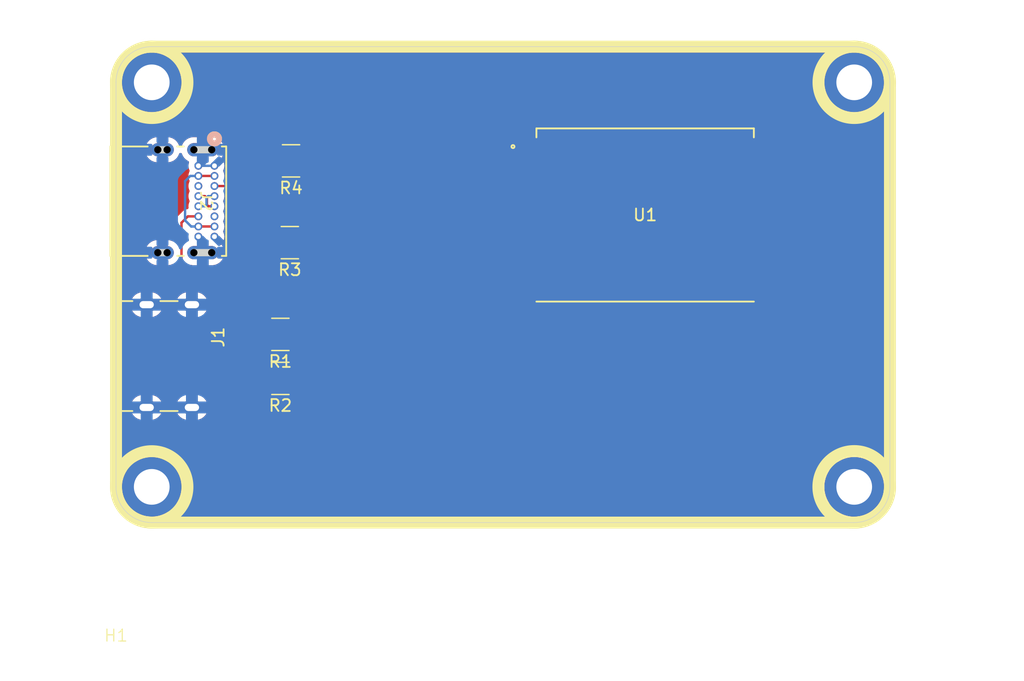
<source format=kicad_pcb>
(kicad_pcb (version 20240108) (generator "pcbnew") (generator_version "8.0")
  (layers (0 "F.Cu" signal) (31 "B.Cu" signal) (34 "B.Paste" user) (35 "F.Paste" user) (36 "B.SilkS" user "B.Silkscreen") (37 "F.SilkS" user "F.Silkscreen") (38 "B.Mask" user) (39 "F.Mask" user) (44 "Edge.Cuts" user))
  (net 0 "")
  (net 1 "VBUS")
  (net 19 "GND")
  (net 20 "+3V3")
  (net 21 "Net-(J1-CC1)")
  (net 22 "Net-(J1-CC2)")
  (net 23 "Net-(J2-CC2)")
  (net 24 "Net-(J2-CC1)")
  (net 25 "/Power Supply Unit/D-")
  (net 26 "/Power Supply Unit/D+")
  (net 27 "Net-(J2-VBUS-PadA4)")
  (footprint "Alexander Footprint Library:Board_65-40" (layer "F.Cu") (at 76.5 98.2)
    (property "Reference" "H1" (at 0 -0.5 0) (layer "F.SilkS") (effects (font (thickness 0.1))))
    (property "Value" "Project_Box_Board_65x40")
    (fp_line (start 0 -47) (end 0 -13) (stroke (width 1)) (layer "F.SilkS"))
    (fp_line (start 3 -50) (end 62 -50) (stroke (width 1)) (layer "F.SilkS"))
    (fp_line (start 3 -10) (end 62 -10) (stroke (width 1)) (layer "F.SilkS"))
    (fp_line (start 65 -47) (end 65 -13) (stroke (width 1)) (layer "F.SilkS"))
    (fp_arc (start 0 -47) (mid 0.87868 -49.12132) (end 3 -50) (stroke (width 1)) (layer "F.SilkS"))
    (fp_arc (start 3 -10) (mid 0.87868 -10.87868) (end 0 -13) (stroke (width 1)) (layer "F.SilkS"))
    (fp_arc (start 62 -50) (mid 64.12132 -49.12132) (end 65 -47) (stroke (width 1)) (layer "F.SilkS"))
    (fp_arc (start 65 -13) (mid 64.12132 -10.87868) (end 62 -10) (stroke (width 1)) (layer "F.SilkS"))
    (fp_circle (center 2.999999 -13) (end 6 -13) (stroke (width 1)) (fill none) (layer "F.SilkS"))
    (fp_circle (center 3 -47) (end 6 -47) (stroke (width 1)) (fill none) (layer "F.SilkS"))
    (fp_circle (center 62 -47) (end 62 -50) (stroke (width 0.1)) (fill none) (layer "F.SilkS"))
    (fp_circle (center 62 -47) (end 65 -47) (stroke (width 1)) (fill none) (layer "F.SilkS"))
    (fp_circle (center 62 -13) (end 62.25 -16) (stroke (width 0.1)) (fill none) (layer "F.SilkS"))
    (fp_circle (center 62 -13) (end 65.010398 -13) (stroke (width 1)) (fill none) (layer "F.SilkS"))
    (fp_line (start 0 -13) (end 0 -47) (stroke (width 0.05)) (layer "Edge.Cuts"))
    (fp_line (start 3 -50) (end 62 -50) (stroke (width 0.05)) (layer "Edge.Cuts"))
    (fp_line (start 62 -10) (end 3 -10) (stroke (width 0.05)) (layer "Edge.Cuts"))
    (fp_line (start 65 -47) (end 65 -13) (stroke (width 0.05)) (layer "Edge.Cuts"))
    (fp_arc (start 0 -47) (mid 0.87868 -49.12132) (end 3 -50) (stroke (width 0.05)) (layer "Edge.Cuts"))
    (fp_arc (start 3 -10) (mid 0.87868 -10.87868) (end 0 -13) (stroke (width 0.05)) (layer "Edge.Cuts"))
    (fp_arc (start 62 -50) (mid 64.12132 -49.12132) (end 65 -47) (stroke (width 0.05)) (layer "Edge.Cuts"))
    (fp_arc (start 65 -13) (mid 64.12132 -10.87868) (end 62 -10) (stroke (width 0.05)) (layer "Edge.Cuts"))
    (fp_circle (center 3 -47) (end 4 -48) (stroke (width 0.05)) (fill none) (layer "Edge.Cuts"))
    (fp_circle (center 3 -13) (end 4 -14) (stroke (width 0.05)) (fill none) (layer "Edge.Cuts"))
    (fp_circle (center 62 -47) (end 63 -48) (stroke (width 0.05)) (fill none) (layer "Edge.Cuts"))
    (fp_circle (center 62 -13) (end 63 -14) (stroke (width 0.05)) (fill none) (layer "Edge.Cuts"))
    (pad "1" thru_hole circle (at 3 -47) (size 5 5) (drill 3) (layers "*.Cu" "*.Mask") (net 19 "GND"))
    (pad "2" thru_hole circle (at 3 -13) (size 5 5) (drill 3) (layers "*.Cu" "*.Mask") (net 19 "GND"))
    (pad "3" thru_hole circle (at 62 -13) (size 5 5) (drill 3) (layers "*.Cu" "*.Mask") (net 19 "GND"))
    (pad "4" thru_hole circle (at 62 -47) (size 5 5) (drill 3) (layers "*.Cu" "*.Mask") (net 19 "GND"))
  )
  (footprint "Alexander Footprint Library:ESP32-C3-WROOM-02U_EXP" (layer "F.Cu") (at 120.94 62.35)
    (property "Reference" "U1" (at 0 0 0) (layer "F.SilkS"))
    (property "Value" "ESP32-C3-WROOM-02U-N4")
    (fp_line (start -9.1313 -7.2771) (end 9.1313 -7.2771) (stroke (width 0.1524)) (layer "F.SilkS"))
    (fp_line (start -9.1313 -6.527238) (end -9.1313 -7.2771) (stroke (width 0.1524)) (layer "F.SilkS"))
    (fp_line (start 9.1313 -7.2771) (end 9.1313 -6.527241) (stroke (width 0.1524)) (layer "F.SilkS"))
    (fp_line (start 9.1313 7.2771) (end -9.1313 7.2771) (stroke (width 0.1524)) (layer "F.SilkS"))
    (fp_circle (center -11.1002 -5.749999) (end -10.9732 -5.749999) (stroke (width 0.1524)) (fill none) (layer "F.SilkS"))
    (pad "1" smd rect (at -8.75 -5.749998) (size 1.4986 0.889) (layers "F.Cu" "F.Paste" "F.Mask") (net 20 "+3V3"))
    (pad "2" smd rect (at -8.75 -4.249999) (size 1.4986 0.889) (layers "F.Cu" "F.Paste" "F.Mask"))
    (pad "3" smd rect (at -8.75 -2.749999) (size 1.4986 0.889) (layers "F.Cu" "F.Paste" "F.Mask"))
    (pad "4" smd rect (at -8.75 -1.25) (size 1.4986 0.889) (layers "F.Cu" "F.Paste" "F.Mask"))
    (pad "5" smd rect (at -8.75 0.25) (size 1.4986 0.889) (layers "F.Cu" "F.Paste" "F.Mask"))
    (pad "6" smd rect (at -8.75 1.75) (size 1.4986 0.889) (layers "F.Cu" "F.Paste" "F.Mask"))
    (pad "7" smd rect (at -8.75 3.250002) (size 1.4986 0.889) (layers "F.Cu" "F.Paste" "F.Mask"))
    (pad "8" smd rect (at -8.75 4.750001) (size 1.4986 0.889) (layers "F.Cu" "F.Paste" "F.Mask"))
    (pad "9" smd rect (at -8.75 6.250001) (size 1.4986 0.889) (layers "F.Cu" "F.Paste" "F.Mask"))
    (pad "10" smd rect (at 8.75 6.249998) (size 1.4986 0.889) (layers "F.Cu" "F.Paste" "F.Mask"))
    (pad "11" smd rect (at 8.75 4.749999) (size 1.4986 0.889) (layers "F.Cu" "F.Paste" "F.Mask"))
    (pad "12" smd rect (at 8.75 3.249999) (size 1.4986 0.889) (layers "F.Cu" "F.Paste" "F.Mask"))
    (pad "13" smd rect (at 8.75 1.75) (size 1.4986 0.889) (layers "F.Cu" "F.Paste" "F.Mask"))
    (pad "14" smd rect (at 8.75 0.25) (size 1.4986 0.889) (layers "F.Cu" "F.Paste" "F.Mask"))
    (pad "15" smd rect (at 8.75 -1.25) (size 1.4986 0.889) (layers "F.Cu" "F.Paste" "F.Mask"))
    (pad "16" smd rect (at 8.75 -2.750002) (size 1.4986 0.889) (layers "F.Cu" "F.Paste" "F.Mask"))
    (pad "17" smd rect (at 8.75 -4.250001) (size 1.4986 0.889) (layers "F.Cu" "F.Paste" "F.Mask"))
    (pad "18" smd rect (at 8.75 -5.750001) (size 1.4986 0.889) (layers "F.Cu" "F.Paste" "F.Mask"))
    (pad "19" smd rect (at 0.96 0.45) (size 0.7112 0.7112) (layers "F.Cu" "F.Paste" "F.Mask") (net 19 "GND"))
    (pad "20" smd rect (at -0.14 -0.65) (size 0.7112 0.7112) (layers "F.Cu" "F.Paste" "F.Mask") (net 19 "GND"))
    (pad "21" smd rect (at -0.14 0.45) (size 0.7112 0.7112) (layers "F.Cu" "F.Paste" "F.Mask") (net 19 "GND"))
    (pad "22" smd rect (at -0.14 1.55) (size 0.7112 0.7112) (layers "F.Cu" "F.Paste" "F.Mask") (net 19 "GND"))
    (pad "23" smd rect (at 0.96 1.55) (size 0.7112 0.7112) (layers "F.Cu" "F.Paste" "F.Mask") (net 19 "GND"))
    (pad "24" smd rect (at 2.06 1.55) (size 0.7112 0.7112) (layers "F.Cu" "F.Paste" "F.Mask") (net 19 "GND"))
    (pad "25" smd rect (at 2.06 0.45) (size 0.7112 0.7112) (layers "F.Cu" "F.Paste" "F.Mask") (net 19 "GND"))
    (pad "26" smd rect (at 2.06 -0.65) (size 0.7112 0.7112) (layers "F.Cu" "F.Paste" "F.Mask") (net 19 "GND"))
    (pad "27" smd rect (at 0.96 -0.65) (size 0.7112 0.7112) (layers "F.Cu" "F.Paste" "F.Mask") (net 19 "GND"))
  )
  (footprint "Resistor_SMD:R_1210_3225Metric_Pad1.30x2.65mm_HandSolder" (layer "F.Cu") (at 90.305 72.385 180)
    (property "Reference" "R1" (at 0 -2.28 0) (layer "F.SilkS"))
    (property "Value" "R")
    (fp_line (start -0.723737 1.355) (end 0.723737 1.355) (stroke (width 0.12)) (layer "F.SilkS"))
    (fp_line (start -0.723737 -1.355) (end 0.723737 -1.355) (stroke (width 0.12)) (layer "F.SilkS"))
    (pad "1" smd roundrect (at -1.55 0 180) (size 1.3 2.65) (layers "F.Cu" "F.Paste" "F.Mask") (roundrect_rratio 0.192308) (net 19 "GND"))
    (pad "2" smd roundrect (at 1.55 0 180) (size 1.3 2.65) (layers "F.Cu" "F.Paste" "F.Mask") (roundrect_rratio 0.192308) (net 22 "Net-(J1-CC2)"))
  )
  (footprint "Alexander Footprint Library:USB-C MOLEX 2171750001" (layer "F.Cu") (at 76.475 74.205 -90)
    (property "Reference" "J1" (at -1.5875 -8.605 90) (layer "F.SilkS"))
    (property "Value" "USB-C_Receptacle_PowerOnly_6P_MOLEX-2171750001" (hide yes))
    (fp_line (start -4.62 -0.15) (end -4.62 -1.4) (stroke (width 0.15)) (layer "F.SilkS"))
    (fp_line (start 4.62 -0.15) (end 4.62 -1.4) (stroke (width 0.15)) (layer "F.SilkS"))
    (fp_line (start -4.62 -3.75) (end -4.62 -5.2) (stroke (width 0.15)) (layer "F.SilkS"))
    (fp_line (start 4.62 -3.75) (end 4.62 -5.2) (stroke (width 0.15)) (layer "F.SilkS"))
    (pad "A5" smd rect (at -0.5 -6.48 270) (size 0.7 1.2) (layers "F.Cu" "F.Paste") (net 21 "Net-(J1-CC1)"))
    (pad "A9" smd rect (at 1.52 -6.48 270) (size 0.76 1.2) (layers "F.Cu" "F.Paste") (net 1 "VBUS"))
    (pad "A12" smd rect (at 2.75 -6.48 270) (size 0.8 1.2) (layers "F.Cu" "F.Paste") (net 19 "GND"))
    (pad "B5" smd rect (at 0.5 -6.48 270) (size 0.7 1.2) (layers "F.Cu" "F.Paste") (net 22 "Net-(J1-CC2)"))
    (pad "B9" smd rect (at -1.52 -6.48 270) (size 0.76 1.2) (layers "F.Cu" "F.Paste") (net 1 "VBUS"))
    (pad "B12" smd rect (at -2.75 -6.48 270) (size 0.8 1.2) (layers "F.Cu" "F.Paste") (net 19 "GND"))
    (pad "S1" thru_hole oval (at -4.32 -2.6 270) (size 1.1 1.7) (drill oval 0.6 1.2) (layers "*.Cu" "*.Mask") (net 19 "GND"))
    (pad "S2" thru_hole oval (at 4.32 -2.6 270) (size 1.1 1.7) (drill oval 0.6 1.2) (layers "*.Cu" "*.Mask") (net 19 "GND"))
    (pad "S3" thru_hole oval (at -4.32 -6.4 270) (size 1.1 1.7) (drill oval 0.6 1.2) (layers "*.Cu" "*.Mask") (net 19 "GND"))
    (pad "S4" thru_hole oval (at 4.32 -6.4 270) (size 1.1 1.7) (drill oval 0.6 1.2) (layers "*.Cu" "*.Mask") (net 19 "GND"))
  )
  (footprint "Resistor_SMD:R_1210_3225Metric_Pad1.30x2.65mm_HandSolder" (layer "F.Cu") (at 91.2 57.8 180)
    (property "Reference" "R4" (at 0 -2.28 0) (layer "F.SilkS"))
    (property "Value" "R")
    (fp_line (start -0.723737 1.355) (end 0.723737 1.355) (stroke (width 0.12)) (layer "F.SilkS"))
    (fp_line (start -0.723737 -1.355) (end 0.723737 -1.355) (stroke (width 0.12)) (layer "F.SilkS"))
    (pad "1" smd roundrect (at -1.55 0 180) (size 1.3 2.65) (layers "F.Cu" "F.Paste" "F.Mask") (roundrect_rratio 0.192308) (net 19 "GND"))
    (pad "2" smd roundrect (at 1.55 0 180) (size 1.3 2.65) (layers "F.Cu" "F.Paste" "F.Mask") (roundrect_rratio 0.192308) (net 24 "Net-(J2-CC1)"))
  )
  (footprint "Resistor_SMD:R_1210_3225Metric_Pad1.30x2.65mm_HandSolder" (layer "F.Cu") (at 90.305 76.085 180)
    (property "Reference" "R2" (at 0 -2.28 0) (layer "F.SilkS"))
    (property "Value" "R")
    (fp_line (start -0.723737 1.355) (end 0.723737 1.355) (stroke (width 0.12)) (layer "F.SilkS"))
    (fp_line (start -0.723737 -1.355) (end 0.723737 -1.355) (stroke (width 0.12)) (layer "F.SilkS"))
    (pad "1" smd roundrect (at -1.55 0 180) (size 1.3 2.65) (layers "F.Cu" "F.Paste" "F.Mask") (roundrect_rratio 0.192308) (net 19 "GND"))
    (pad "2" smd roundrect (at 1.55 0 180) (size 1.3 2.65) (layers "F.Cu" "F.Paste" "F.Mask") (roundrect_rratio 0.192308) (net 21 "Net-(J1-CC1)"))
  )
  (footprint "Resistor_SMD:R_1210_3225Metric_Pad1.30x2.65mm_HandSolder" (layer "F.Cu") (at 91.1 64.672957 180)
    (property "Reference" "R3" (at 0 -2.28 0) (layer "F.SilkS"))
    (property "Value" "R")
    (fp_line (start -0.723737 1.355) (end 0.723737 1.355) (stroke (width 0.12)) (layer "F.SilkS"))
    (fp_line (start -0.723737 -1.355) (end 0.723737 -1.355) (stroke (width 0.12)) (layer "F.SilkS"))
    (pad "1" smd roundrect (at -1.55 0 180) (size 1.3 2.65) (layers "F.Cu" "F.Paste" "F.Mask") (roundrect_rratio 0.192308) (net 19 "GND"))
    (pad "2" smd roundrect (at 1.55 0 180) (size 1.3 2.65) (layers "F.Cu" "F.Paste" "F.Mask") (roundrect_rratio 0.192308) (net 23 "Net-(J2-CC2)"))
  )
  (footprint "Alexander Footprint Library:USB-C GCT CONN16_USB4085-GF-A" (layer "F.Cu") (at 84.767566 58.214444 -90)
    (property "Reference" "J2" (at 2.975 0.675 -90) (layer "F.SilkS"))
    (property "Value" "USB-C_Receptacle_Data_16P_GCT-USB4085")
    (fp_circle (center -2.2574 0) (end -1.8764 0) (stroke (width 0.508)) (fill none) (layer "B.SilkS"))
    (fp_line (start -1.6224 8.741199) (end 7.5724 8.741199) (stroke (width 0.1524)) (layer "F.SilkS"))
    (fp_line (start 7.5724 8.741199) (end 7.5724 5.607602) (stroke (width 0.1524)) (layer "F.SilkS"))
    (fp_line (start -1.6224 5.607602) (end -1.6224 8.741199) (stroke (width 0.1524)) (layer "F.SilkS"))
    (fp_line (start 7.5724 3.122399) (end 7.5724 2.578201) (stroke (width 0.1524)) (layer "F.SilkS"))
    (fp_line (start -1.6224 2.578207) (end -1.6224 3.122399) (stroke (width 0.1524)) (layer "F.SilkS"))
    (fp_line (start 7.5724 -0.618202) (end 7.5724 -0.987) (stroke (width 0.1524)) (layer "F.SilkS"))
    (fp_line (start -1.6224 -0.987) (end -1.6224 -0.618206) (stroke (width 0.1524)) (layer "F.SilkS"))
    (fp_line (start 7.5724 -0.987) (end -1.6224 -0.987) (stroke (width 0.1524)) (layer "F.SilkS"))
    (fp_arc (start -2.41934 0.344872) (mid -2.625765 -0.097305) (end -2.2279 -0.379856) (stroke (width 0.508)) (layer "F.SilkS"))
    (fp_line (start -1.349985 4.7587) (end -1.349985 3.9713) (stroke (width 0.6096)) (layer "Edge.Cuts"))
    (fp_line (start 7.299985 4.7587) (end 7.299985 3.9713) (stroke (width 0.6096)) (layer "Edge.Cuts"))
    (fp_line (start -1.35 1.729301) (end -1.35 0.230701) (stroke (width 0.6096)) (layer "Edge.Cuts"))
    (fp_line (start 7.299985 1.7293) (end 7.299985 0.2307) (stroke (width 0.6096)) (layer "Edge.Cuts"))
    (pad "" np_thru_hole circle (at -1.35 0.230701 270) (size 0.6096 0.6096) (drill 0.6096) (layers))
    (pad "" np_thru_hole circle (at -1.35 1.729301 270) (size 0.6096 0.6096) (drill 0.6096) (layers))
    (pad "" np_thru_hole circle (at -1.349985 3.9713 270) (size 0.6096 0.6096) (drill 0.6096) (layers))
    (pad "" np_thru_hole circle (at -1.349985 4.7587 270) (size 0.6096 0.6096) (drill 0.6096) (layers))
    (pad "" np_thru_hole circle (at 7.299985 0.2307 270) (size 0.6096 0.6096) (drill 0.6096) (layers))
    (pad "" np_thru_hole circle (at 7.299985 1.7293 270) (size 0.6096 0.6096) (drill 0.6096) (layers))
    (pad "" np_thru_hole circle (at 7.299985 3.9713 270) (size 0.6096 0.6096) (drill 0.6096) (layers))
    (pad "" np_thru_hole circle (at 7.299985 4.7587 270) (size 0.6096 0.6096) (drill 0.6096) (layers))
    (pad "A1" thru_hole circle (at 0 0 270) (size 0.6604 0.6604) (drill 0.4064) (layers "*.Cu" "*.Mask") (net 19 "GND"))
    (pad "A4" thru_hole circle (at 0.850001 0 270) (size 0.6604 0.6604) (drill 0.4064) (layers "*.Cu" "*.Mask") (net 27 "Net-(J2-VBUS-PadA4)"))
    (pad "A5" thru_hole circle (at 1.699999 0 270) (size 0.6604 0.6604) (drill 0.4064) (layers "*.Cu" "*.Mask") (net 24 "Net-(J2-CC1)"))
    (pad "A6" thru_hole circle (at 2.55 0 270) (size 0.6604 0.6604) (drill 0.4064) (layers "*.Cu" "*.Mask") (net 26 "/Power Supply Unit/D+"))
    (pad "A7" thru_hole circle (at 3.400001 0 270) (size 0.6604 0.6604) (drill 0.4064) (layers "*.Cu" "*.Mask") (net 25 "/Power Supply Unit/D-"))
    (pad "A8" thru_hole circle (at 4.250002 0 270) (size 0.6604 0.6604) (drill 0.4064) (layers "*.Cu" "*.Mask"))
    (pad "A9" thru_hole circle (at 5.1 0 270) (size 0.6604 0.6604) (drill 0.4064) (layers "*.Cu" "*.Mask") (net 27 "Net-(J2-VBUS-PadA4)"))
    (pad "A12" thru_hole circle (at 5.950001 0 270) (size 0.6604 0.6604) (drill 0.4064) (layers "*.Cu" "*.Mask") (net 19 "GND"))
    (pad "B1" thru_hole circle (at 5.950001 1.35 270) (size 0.6604 0.6604) (drill 0.4064) (layers "*.Cu" "*.Mask") (net 19 "GND"))
    (pad "B4" thru_hole circle (at 5.1 1.35 270) (size 0.6604 0.6604) (drill 0.4064) (layers "*.Cu" "*.Mask") (net 27 "Net-(J2-VBUS-PadA4)"))
    (pad "B5" thru_hole circle (at 4.250002 1.35 270) (size 0.6604 0.6604) (drill 0.4064) (layers "*.Cu" "*.Mask") (net 23 "Net-(J2-CC2)"))
    (pad "B6" thru_hole circle (at 3.400001 1.35 270) (size 0.6604 0.6604) (drill 0.4064) (layers "*.Cu" "*.Mask") (net 26 "/Power Supply Unit/D+"))
    (pad "B7" thru_hole circle (at 2.55 1.35 270) (size 0.6604 0.6604) (drill 0.4064) (layers "*.Cu" "*.Mask") (net 25 "/Power Supply Unit/D-"))
    (pad "B8" thru_hole circle (at 1.699999 1.35 270) (size 0.6604 0.6604) (drill 0.4064) (layers "*.Cu" "*.Mask"))
    (pad "B9" thru_hole circle (at 0.850001 1.35 270) (size 0.6604 0.6604) (drill 0.4064) (layers "*.Cu" "*.Mask") (net 27 "Net-(J2-VBUS-PadA4)"))
    (pad "B12" thru_hole circle (at 0 1.35 270) (size 0.6604 0.6604) (drill 0.4064) (layers "*.Cu" "*.Mask") (net 19 "GND"))
    (pad "S1" thru_hole oval (at -1.349985 4.365) (size 1.905 1.1176) (drill 0.0254) (layers "*.Cu" "*.Mask") (net 19 "GND"))
    (pad "S2" thru_hole oval (at 7.299985 4.365) (size 1.905 1.1176) (drill 0.0254) (layers "*.Cu" "*.Mask") (net 19 "GND"))
    (pad "S3" thru_hole oval (at -1.35 0.980001) (size 2.6162 1.1176) (drill 0.0254) (layers "*.Cu" "*.Mask") (net 19 "GND"))
    (pad "S4" thru_hole oval (at 7.299985 0.98) (size 2.6162 1.1176) (drill 0.0254) (layers "*.Cu" "*.Mask") (net 19 "GND"))
  )
  (segment (start 81.255 72.935) (end 81.255 75.485) (width 0.2) (layer "F.Cu") (net 1))
  (segment (start 81.505 72.685) (end 81.255 72.935) (width 0.2) (layer "F.Cu") (net 1))
  (segment (start 81.495 75.725) (end 82.935 75.725) (width 0.2) (layer "F.Cu") (net 1))
  (segment (start 82.935 72.685) (end 81.505 72.685) (width 0.2) (layer "F.Cu") (net 1))
  (segment (start 81.255 75.485) (end 81.495 75.725) (width 0.2) (layer "F.Cu") (net 1))
  (segment (start 83.787565 57.844445) (end 83.787565 57.464444) (width 0.2) (layer "B.Cu") (net 19))
  (segment (start 84.767566 58.214444) (end 83.417566 58.214444) (width 0.2) (layer "B.Cu") (net 19))
  (segment (start 83.417566 58.214444) (end 83.787565 57.844445) (width 0.2) (layer "B.Cu") (net 19))
  (segment (start 85.425 74.705) (end 86.805 76.085) (width 0.2) (layer "F.Cu") (net 21))
  (segment (start 82.935 74.705) (end 85.425 74.705) (width 0.2) (layer "F.Cu") (net 21))
  (segment (start 86.805 76.085) (end 88.755 76.085) (width 0.2) (layer "F.Cu") (net 21))
  (segment (start 86.655 72.385) (end 88.755 72.385) (width 0.2) (layer "F.Cu") (net 22))
  (segment (start 85.335 73.705) (end 86.655 72.385) (width 0.2) (layer "F.Cu") (net 22))
  (segment (start 82.935 73.705) (end 85.335 73.705) (width 0.2) (layer "F.Cu") (net 22))
  (segment (start 82.535554 62.464446) (end 82 63) (width 0.2) (layer "F.Cu") (net 23))
  (segment (start 82 63) (end 82 67.2) (width 0.2) (layer "F.Cu") (net 23))
  (segment (start 82 67.2) (end 82.5 67.7) (width 0.2) (layer "F.Cu") (net 23))
  (segment (start 89.55 64.672957) (end 89.55 67.25) (width 0.2) (layer "F.Cu") (net 23))
  (segment (start 83.417566 62.464446) (end 82.535554 62.464446) (width 0.2) (layer "F.Cu") (net 23))
  (segment (start 89.55 67.25) (end 89.1 67.7) (width 0.2) (layer "F.Cu") (net 23))
  (segment (start 89.1 67.7) (end 82.5 67.7) (width 0.2) (layer "F.Cu") (net 23))
  (segment (start 86.385557 59.914443) (end 88.5 57.8) (width 0.2) (layer "F.Cu") (net 24))
  (segment (start 84.767566 59.914443) (end 86.385557 59.914443) (width 0.2) (layer "F.Cu") (net 24))
  (segment (start 88.5 57.8) (end 89.65 57.8) (width 0.2) (layer "F.Cu") (net 24))
  (segment (start 83.964444 60.764444) (end 84.137366 60.937366) (width 0.2) (layer "F.Cu") (net 25))
  (segment (start 84.137366 61.5) (end 84.251811 61.614445) (width 0.2) (layer "F.Cu") (net 25))
  (segment (start 84.251811 61.614445) (end 84.767566 61.614445) (width 0.2) (layer "F.Cu") (net 25))
  (segment (start 84.137366 60.937366) (end 84.137366 61.5) (width 0.2) (layer "F.Cu") (net 25))
  (segment (start 83.417566 60.764444) (end 83.964444 60.764444) (width 0.2) (layer "F.Cu") (net 25))
  (segment (start 83.417566 61.614445) (end 83.985555 61.614445) (width 0.2) (layer "B.Cu") (net 26))
  (segment (start 84.1 60.9) (end 84.235556 60.764444) (width 0.2) (layer "B.Cu") (net 26))
  (segment (start 83.985555 61.614445) (end 84.1 61.5) (width 0.2) (layer "B.Cu") (net 26))
  (segment (start 84.235556 60.764444) (end 84.767566 60.764444) (width 0.2) (layer "B.Cu") (net 26))
  (segment (start 84.1 61.5) (end 84.1 60.9) (width 0.2) (layer "B.Cu") (net 26))
  (segment (start 83.417566 63.314444) (end 84.767566 63.314444) (width 0.2) (layer "F.Cu") (net 27))
  (segment (start 83.417566 59.064445) (end 84.767566 59.064445) (width 0.2) (layer "F.Cu") (net 27))
  (segment (start 83.417566 63.314444) (end 82.814444 63.314444) (width 0.2) (layer "B.Cu") (net 27))
  (segment (start 82.735555 59.064445) (end 83.417566 59.064445) (width 0.2) (layer "B.Cu") (net 27))
  (segment (start 82.814444 63.314444) (end 82.3 62.8) (width 0.2) (layer "B.Cu") (net 27))
  (segment (start 82.3 62.8) (end 82.3 59.5) (width 0.2) (layer "B.Cu") (net 27))
  (segment (start 82.3 59.5) (end 82.735555 59.064445) (width 0.2) (layer "B.Cu") (net 27))
  (zone (net 19) (net_name "GND") (layer "F.Cu") (connect_pads (clearance 0.5)) (min_thickness 0.25) (fill yes (thermal_gap 0.5) (thermal_bridge_width 0.5))
    (polygon (pts (xy 75.3 46.8) (xy 143.9 46.8) (xy 143.9 90) (xy 74.7 89.8)))
  )
  (zone (net 19) (net_name "GND") (layer "B.Cu") (priority 1) (connect_pads (clearance 0.5)) (min_thickness 0.25) (fill yes (thermal_gap 0.5) (thermal_bridge_width 1))
    (polygon (pts (xy 75.3 46.5) (xy 144.3 46.5) (xy 144.1 90.3) (xy 74.2 90.1)))
  )
)
</source>
